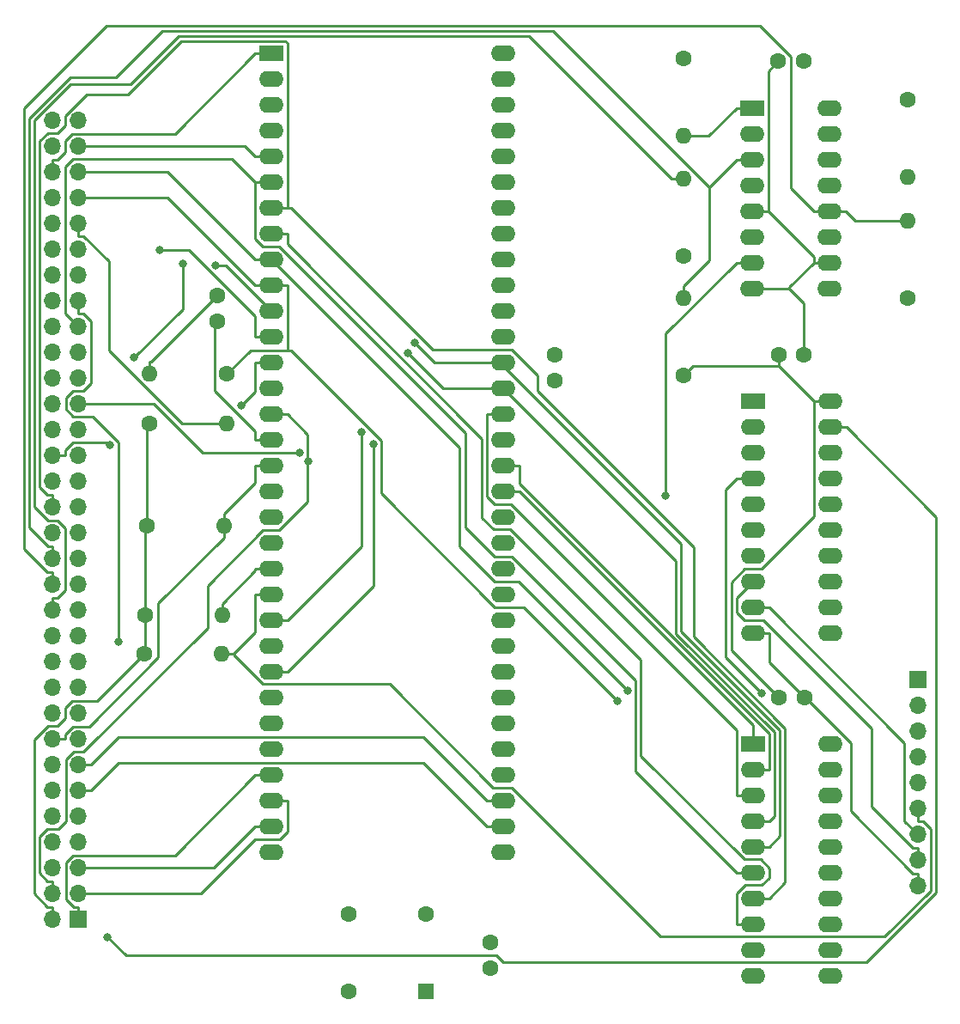
<source format=gbl>
G04 #@! TF.GenerationSoftware,KiCad,Pcbnew,(6.0.2)*
G04 #@! TF.CreationDate,2022-11-06T15:06:24-08:00*
G04 #@! TF.ProjectId,CPU Board,43505520-426f-4617-9264-2e6b69636164,1.0*
G04 #@! TF.SameCoordinates,Original*
G04 #@! TF.FileFunction,Copper,L2,Bot*
G04 #@! TF.FilePolarity,Positive*
%FSLAX46Y46*%
G04 Gerber Fmt 4.6, Leading zero omitted, Abs format (unit mm)*
G04 Created by KiCad (PCBNEW (6.0.2)) date 2022-11-06 15:06:24*
%MOMM*%
%LPD*%
G01*
G04 APERTURE LIST*
G04 #@! TA.AperFunction,ComponentPad*
%ADD10O,1.700000X1.700000*%
G04 #@! TD*
G04 #@! TA.AperFunction,ComponentPad*
%ADD11R,1.700000X1.700000*%
G04 #@! TD*
G04 #@! TA.AperFunction,ComponentPad*
%ADD12C,1.600000*%
G04 #@! TD*
G04 #@! TA.AperFunction,ComponentPad*
%ADD13O,1.600000X1.600000*%
G04 #@! TD*
G04 #@! TA.AperFunction,ComponentPad*
%ADD14R,2.400000X1.600000*%
G04 #@! TD*
G04 #@! TA.AperFunction,ComponentPad*
%ADD15O,2.400000X1.600000*%
G04 #@! TD*
G04 #@! TA.AperFunction,ComponentPad*
%ADD16R,1.600000X1.600000*%
G04 #@! TD*
G04 #@! TA.AperFunction,ViaPad*
%ADD17C,0.800000*%
G04 #@! TD*
G04 #@! TA.AperFunction,Conductor*
%ADD18C,0.254000*%
G04 #@! TD*
G04 APERTURE END LIST*
D10*
X185928000Y-132588000D03*
X185928000Y-130048000D03*
X185928000Y-127508000D03*
X185928000Y-124968000D03*
X185928000Y-122428000D03*
X185928000Y-119888000D03*
X185928000Y-117348000D03*
X185928000Y-114808000D03*
D11*
X185928000Y-112268000D03*
D12*
X117800000Y-82150000D03*
D13*
X110180000Y-82150000D03*
D12*
X172222000Y-114046000D03*
X174722000Y-114046000D03*
D14*
X169620000Y-55940000D03*
D15*
X169620000Y-58480000D03*
X169620000Y-61020000D03*
X169620000Y-63560000D03*
X169620000Y-66100000D03*
X169620000Y-68640000D03*
X169620000Y-71180000D03*
X169620000Y-73720000D03*
X177240000Y-73720000D03*
X177240000Y-71180000D03*
X177240000Y-68640000D03*
X177240000Y-66100000D03*
X177240000Y-63560000D03*
X177240000Y-61020000D03*
X177240000Y-58480000D03*
X177240000Y-55940000D03*
D12*
X110180000Y-87012000D03*
D13*
X117800000Y-87012000D03*
D16*
X137414000Y-143002000D03*
D12*
X137414000Y-135382000D03*
X129794000Y-135382000D03*
X129794000Y-143002000D03*
X172202000Y-80259000D03*
X174702000Y-80259000D03*
X109870000Y-97122000D03*
D13*
X117490000Y-97122000D03*
D11*
X103160000Y-135895000D03*
D10*
X100620000Y-135895000D03*
X103160000Y-133355000D03*
X100620000Y-133355000D03*
X103160000Y-130815000D03*
X100620000Y-130815000D03*
X103160000Y-128275000D03*
X100620000Y-128275000D03*
X103160000Y-125735000D03*
X100620000Y-125735000D03*
X103160000Y-123195000D03*
X100620000Y-123195000D03*
X103160000Y-120655000D03*
X100620000Y-120655000D03*
X103160000Y-118115000D03*
X100620000Y-118115000D03*
X103160000Y-115575000D03*
X100620000Y-115575000D03*
X103160000Y-113035000D03*
X100620000Y-113035000D03*
X103160000Y-110495000D03*
X100620000Y-110495000D03*
X103160000Y-107955000D03*
X100620000Y-107955000D03*
X103160000Y-105415000D03*
X100620000Y-105415000D03*
X103160000Y-102875000D03*
X100620000Y-102875000D03*
X103160000Y-100335000D03*
X100620000Y-100335000D03*
X103160000Y-97795000D03*
X100620000Y-97795000D03*
X103160000Y-95255000D03*
X100620000Y-95255000D03*
X103160000Y-92715000D03*
X100620000Y-92715000D03*
X103160000Y-90175000D03*
X100620000Y-90175000D03*
X103160000Y-87635000D03*
X100620000Y-87635000D03*
X103160000Y-85095000D03*
X100620000Y-85095000D03*
X103160000Y-82555000D03*
X100620000Y-82555000D03*
X103160000Y-80015000D03*
X100620000Y-80015000D03*
X103160000Y-77475000D03*
X100620000Y-77475000D03*
X103160000Y-74935000D03*
X100620000Y-74935000D03*
X103160000Y-72395000D03*
X100620000Y-72395000D03*
X103160000Y-69855000D03*
X100620000Y-69855000D03*
X103160000Y-67315000D03*
X100620000Y-67315000D03*
X103160000Y-64775000D03*
X100620000Y-64775000D03*
X103160000Y-62235000D03*
X100620000Y-62235000D03*
X103160000Y-59695000D03*
X100620000Y-59695000D03*
X103160000Y-57155000D03*
X100620000Y-57155000D03*
D12*
X184912000Y-74676000D03*
D13*
X184912000Y-67056000D03*
D12*
X174670000Y-51310000D03*
X172170000Y-51310000D03*
D14*
X169672000Y-84836000D03*
D15*
X169672000Y-87376000D03*
X169672000Y-89916000D03*
X169672000Y-92456000D03*
X169672000Y-94996000D03*
X169672000Y-97536000D03*
X169672000Y-100076000D03*
X169672000Y-102616000D03*
X169672000Y-105156000D03*
X169672000Y-107696000D03*
X177292000Y-107696000D03*
X177292000Y-105156000D03*
X177292000Y-102616000D03*
X177292000Y-100076000D03*
X177292000Y-97536000D03*
X177292000Y-94996000D03*
X177292000Y-92456000D03*
X177292000Y-89916000D03*
X177292000Y-87376000D03*
X177292000Y-84836000D03*
D12*
X162814000Y-70485000D03*
D13*
X162814000Y-62865000D03*
D12*
X162814000Y-51054000D03*
D13*
X162814000Y-58674000D03*
D14*
X169672000Y-118618000D03*
D15*
X169672000Y-121158000D03*
X169672000Y-123698000D03*
X169672000Y-126238000D03*
X169672000Y-128778000D03*
X169672000Y-131318000D03*
X169672000Y-133858000D03*
X169672000Y-136398000D03*
X169672000Y-138938000D03*
X169672000Y-141478000D03*
X177292000Y-141478000D03*
X177292000Y-138938000D03*
X177292000Y-136398000D03*
X177292000Y-133858000D03*
X177292000Y-131318000D03*
X177292000Y-128778000D03*
X177292000Y-126238000D03*
X177292000Y-123698000D03*
X177292000Y-121158000D03*
X177292000Y-118618000D03*
D12*
X150114000Y-80284000D03*
X150114000Y-82784000D03*
X109640000Y-109722000D03*
D13*
X117260000Y-109722000D03*
D12*
X143764000Y-140696000D03*
X143764000Y-138196000D03*
X109700000Y-105942000D03*
D13*
X117320000Y-105942000D03*
D14*
X122179000Y-50541000D03*
D15*
X122179000Y-53081000D03*
X122179000Y-55621000D03*
X122179000Y-58161000D03*
X122179000Y-60701000D03*
X122179000Y-63241000D03*
X122179000Y-65781000D03*
X122179000Y-68321000D03*
X122179000Y-70861000D03*
X122179000Y-73401000D03*
X122179000Y-75941000D03*
X122179000Y-78481000D03*
X122179000Y-81021000D03*
X122179000Y-83561000D03*
X122179000Y-86101000D03*
X122179000Y-88641000D03*
X122179000Y-91181000D03*
X122179000Y-93721000D03*
X122179000Y-96261000D03*
X122179000Y-98801000D03*
X122179000Y-101341000D03*
X122179000Y-103881000D03*
X122179000Y-106421000D03*
X122179000Y-108961000D03*
X122179000Y-111501000D03*
X122179000Y-114041000D03*
X122179000Y-116581000D03*
X122179000Y-119121000D03*
X122179000Y-121661000D03*
X122179000Y-124201000D03*
X122179000Y-126741000D03*
X122179000Y-129281000D03*
X145039000Y-129281000D03*
X145039000Y-126741000D03*
X145039000Y-124201000D03*
X145039000Y-121661000D03*
X145039000Y-119121000D03*
X145039000Y-116581000D03*
X145039000Y-114041000D03*
X145039000Y-111501000D03*
X145039000Y-108961000D03*
X145039000Y-106421000D03*
X145039000Y-103881000D03*
X145039000Y-101341000D03*
X145039000Y-98801000D03*
X145039000Y-96261000D03*
X145039000Y-93721000D03*
X145039000Y-91181000D03*
X145039000Y-88641000D03*
X145039000Y-86101000D03*
X145039000Y-83561000D03*
X145039000Y-81021000D03*
X145039000Y-78481000D03*
X145039000Y-75941000D03*
X145039000Y-73401000D03*
X145039000Y-70861000D03*
X145039000Y-68321000D03*
X145039000Y-65781000D03*
X145039000Y-63241000D03*
X145039000Y-60701000D03*
X145039000Y-58161000D03*
X145039000Y-55621000D03*
X145039000Y-53081000D03*
X145039000Y-50541000D03*
D12*
X116840000Y-76942000D03*
X116840000Y-74442000D03*
X162814000Y-82296000D03*
D13*
X162814000Y-74676000D03*
D12*
X184912000Y-55118000D03*
D13*
X184912000Y-62738000D03*
D17*
X106037500Y-137647600D03*
X132219500Y-89095400D03*
X161076500Y-94137600D03*
X131066000Y-87894200D03*
X119200000Y-85281000D03*
X111220000Y-69901000D03*
X116660500Y-71423800D03*
X156309000Y-114395400D03*
X157325700Y-113378600D03*
X113432800Y-71301200D03*
X108639900Y-80543600D03*
X106248400Y-89117900D03*
X125793000Y-90739700D03*
X107116900Y-108520700D03*
X136308000Y-79060600D03*
X135637300Y-80108900D03*
X124959600Y-89906700D03*
X170515000Y-113617600D03*
D18*
X107835900Y-139446000D02*
X106037500Y-137647600D01*
X144368200Y-139446000D02*
X107835900Y-139446000D01*
X145043500Y-140121300D02*
X144368200Y-139446000D01*
X180855300Y-140121300D02*
X145043500Y-140121300D01*
X187712300Y-133264300D02*
X180855300Y-140121300D01*
X187712300Y-96215000D02*
X187712300Y-133264300D01*
X178873300Y-87376000D02*
X187712300Y-96215000D01*
X177292000Y-87376000D02*
X178873300Y-87376000D01*
X122179000Y-111501000D02*
X123760300Y-111501000D01*
X132219500Y-103041800D02*
X132219500Y-89095400D01*
X123760300Y-111501000D02*
X132219500Y-103041800D01*
X161076500Y-78142200D02*
X168038700Y-71180000D01*
X161076500Y-94137600D02*
X161076500Y-78142200D01*
X169620000Y-71180000D02*
X168038700Y-71180000D01*
X122179000Y-106421000D02*
X123760300Y-106421000D01*
X131066000Y-99115300D02*
X131066000Y-87894200D01*
X123760300Y-106421000D02*
X131066000Y-99115300D01*
X162814000Y-74676000D02*
X162814000Y-73494700D01*
X169620000Y-61020000D02*
X168038700Y-61020000D01*
X100620000Y-100335000D02*
X100620000Y-99103700D01*
X165339200Y-70969500D02*
X165339200Y-63719500D01*
X162814000Y-73494700D02*
X165339200Y-70969500D01*
X165339200Y-63719500D02*
X168038700Y-61020000D01*
X100158300Y-99103700D02*
X100620000Y-99103700D01*
X98321300Y-97266700D02*
X100158300Y-99103700D01*
X98321300Y-56948100D02*
X98321300Y-97266700D01*
X102375500Y-52893900D02*
X98321300Y-56948100D01*
X106851000Y-52893900D02*
X102375500Y-52893900D01*
X111402100Y-48342800D02*
X106851000Y-52893900D01*
X149962500Y-48342800D02*
X111402100Y-48342800D01*
X165339200Y-63719500D02*
X149962500Y-48342800D01*
X100109800Y-101643700D02*
X100620000Y-101643700D01*
X97812900Y-99346800D02*
X100109800Y-101643700D01*
X97812900Y-55950100D02*
X97812900Y-99346800D01*
X105928600Y-47834400D02*
X97812900Y-55950100D01*
X170380800Y-47834400D02*
X105928600Y-47834400D01*
X173420000Y-50873600D02*
X170380800Y-47834400D01*
X173420000Y-63861300D02*
X173420000Y-50873600D01*
X175658700Y-66100000D02*
X173420000Y-63861300D01*
X177240000Y-66100000D02*
X175658700Y-66100000D01*
X100620000Y-102875000D02*
X100620000Y-101643700D01*
X179777300Y-67056000D02*
X178821300Y-66100000D01*
X184912000Y-67056000D02*
X179777300Y-67056000D01*
X177240000Y-66100000D02*
X178821300Y-66100000D01*
X165304700Y-58674000D02*
X168038700Y-55940000D01*
X162814000Y-58674000D02*
X165304700Y-58674000D01*
X169620000Y-55940000D02*
X168038700Y-55940000D01*
X177292000Y-84836000D02*
X175710700Y-84836000D01*
X109870000Y-87322000D02*
X109870000Y-97122000D01*
X110180000Y-87012000D02*
X109870000Y-87322000D01*
X100620000Y-135895000D02*
X100620000Y-134663700D01*
X109700000Y-97292000D02*
X109700000Y-105942000D01*
X109870000Y-97122000D02*
X109700000Y-97292000D01*
X109700000Y-109662000D02*
X109640000Y-109722000D01*
X109700000Y-105942000D02*
X109700000Y-109662000D01*
X110313300Y-80968700D02*
X116840000Y-74442000D01*
X110180000Y-80968700D02*
X110313300Y-80968700D01*
X110180000Y-82150000D02*
X110180000Y-80968700D01*
X100109800Y-134663700D02*
X100620000Y-134663700D01*
X98817400Y-133371300D02*
X100109800Y-134663700D01*
X98817400Y-118174500D02*
X98817400Y-133371300D01*
X100146900Y-116845000D02*
X98817400Y-118174500D01*
X101122100Y-116845000D02*
X100146900Y-116845000D01*
X101890000Y-116077100D02*
X101122100Y-116845000D01*
X101890000Y-115027300D02*
X101890000Y-116077100D01*
X102573700Y-114343600D02*
X101890000Y-115027300D01*
X105018400Y-114343600D02*
X102573700Y-114343600D01*
X109640000Y-109722000D02*
X105018400Y-114343600D01*
X175710700Y-96143400D02*
X175710700Y-84836000D01*
X170508100Y-101346000D02*
X175710700Y-96143400D01*
X168868500Y-101346000D02*
X170508100Y-101346000D01*
X167543900Y-102670600D02*
X168868500Y-101346000D01*
X167543900Y-109367900D02*
X167543900Y-102670600D01*
X172222000Y-114046000D02*
X167543900Y-109367900D01*
X163782700Y-81327300D02*
X162814000Y-82296000D01*
X172202000Y-81327300D02*
X163782700Y-81327300D01*
X172202000Y-80259000D02*
X172202000Y-81327300D01*
X172202000Y-81327300D02*
X175710700Y-84836000D01*
X120597700Y-101483000D02*
X117320000Y-104760700D01*
X120597700Y-101341000D02*
X120597700Y-101483000D01*
X122179000Y-101341000D02*
X120597700Y-101341000D01*
X117320000Y-105942000D02*
X117320000Y-104760700D01*
X103670200Y-68546300D02*
X103160000Y-68546300D01*
X106147400Y-71023500D02*
X103670200Y-68546300D01*
X106147400Y-79817800D02*
X106147400Y-71023500D01*
X113341600Y-87012000D02*
X106147400Y-79817800D01*
X117800000Y-87012000D02*
X113341600Y-87012000D01*
X103160000Y-67315000D02*
X103160000Y-68546300D01*
X120597700Y-83883300D02*
X119200000Y-85281000D01*
X120597700Y-81021000D02*
X120597700Y-83883300D01*
X122179000Y-81021000D02*
X120597700Y-81021000D01*
X122179000Y-78481000D02*
X120597700Y-78481000D01*
X114020900Y-69901000D02*
X111220000Y-69901000D01*
X120597700Y-76477800D02*
X114020900Y-69901000D01*
X120597700Y-78481000D02*
X120597700Y-76477800D01*
X117661800Y-71423800D02*
X116660500Y-71423800D01*
X122179000Y-75941000D02*
X117661800Y-71423800D01*
X100620000Y-118115000D02*
X101851300Y-118115000D01*
X117490000Y-97122000D02*
X117490000Y-98303300D01*
X101851300Y-117653200D02*
X101851300Y-118115000D01*
X102620800Y-116883700D02*
X101851300Y-117653200D01*
X104205600Y-116883700D02*
X102620800Y-116883700D01*
X111040600Y-110048700D02*
X104205600Y-116883700D01*
X111040600Y-104752700D02*
X111040600Y-110048700D01*
X117490000Y-98303300D02*
X111040600Y-104752700D01*
X120597700Y-92833000D02*
X117490000Y-95940700D01*
X120597700Y-91181000D02*
X120597700Y-92833000D01*
X122179000Y-91181000D02*
X120597700Y-91181000D01*
X117490000Y-97122000D02*
X117490000Y-95940700D01*
X168052300Y-104235700D02*
X169672000Y-102616000D01*
X168052300Y-105621900D02*
X168052300Y-104235700D01*
X168856400Y-106426000D02*
X168052300Y-105621900D01*
X170723200Y-106426000D02*
X168856400Y-106426000D01*
X181400400Y-117103200D02*
X170723200Y-106426000D01*
X181400400Y-124750800D02*
X181400400Y-117103200D01*
X185466300Y-128816700D02*
X181400400Y-124750800D01*
X185928000Y-128816700D02*
X185466300Y-128816700D01*
X185928000Y-130048000D02*
X185928000Y-128816700D01*
X184619400Y-126199400D02*
X185928000Y-127508000D01*
X184619400Y-118522100D02*
X184619400Y-126199400D01*
X171253300Y-105156000D02*
X184619400Y-118522100D01*
X169672000Y-105156000D02*
X171253300Y-105156000D01*
X122179000Y-73401000D02*
X123760300Y-73401000D01*
X122179000Y-73401000D02*
X120597700Y-73401000D01*
X123760300Y-73401000D02*
X123760300Y-79815900D01*
X120134100Y-79815900D02*
X117800000Y-82150000D01*
X123760300Y-79815900D02*
X120134100Y-79815900D01*
X111971700Y-64775000D02*
X103160000Y-64775000D01*
X120597700Y-73401000D02*
X111971700Y-64775000D01*
X147064600Y-105151000D02*
X156309000Y-114395400D01*
X144236600Y-105151000D02*
X147064600Y-105151000D01*
X133000800Y-93915200D02*
X144236600Y-105151000D01*
X133000800Y-88689500D02*
X133000800Y-93915200D01*
X124127200Y-79815900D02*
X133000800Y-88689500D01*
X123760300Y-79815900D02*
X124127200Y-79815900D01*
X111971700Y-62235000D02*
X120597700Y-70861000D01*
X103160000Y-62235000D02*
X111971700Y-62235000D01*
X121879400Y-70861000D02*
X120597700Y-70861000D01*
X121879400Y-70861000D02*
X122179000Y-70861000D01*
X146558100Y-102611000D02*
X157325700Y-113378600D01*
X144233700Y-102611000D02*
X146558100Y-102611000D01*
X140720800Y-99098100D02*
X144233700Y-102611000D01*
X140720800Y-89402800D02*
X140720800Y-99098100D01*
X122179000Y-70861000D02*
X140720800Y-89402800D01*
X122179000Y-68321000D02*
X123760300Y-68321000D01*
X169672000Y-136398000D02*
X168090700Y-136398000D01*
X113432800Y-75750700D02*
X108639900Y-80543600D01*
X113432800Y-71301200D02*
X113432800Y-75750700D01*
X123760300Y-69336600D02*
X123760300Y-68321000D01*
X142929400Y-88505700D02*
X123760300Y-69336600D01*
X142929400Y-96294500D02*
X142929400Y-88505700D01*
X144077900Y-97443000D02*
X142929400Y-96294500D01*
X145756600Y-97443000D02*
X144077900Y-97443000D01*
X158615300Y-110301700D02*
X145756600Y-97443000D01*
X158615300Y-119793700D02*
X158615300Y-110301700D01*
X168804700Y-129983100D02*
X158615300Y-119793700D01*
X170409100Y-129983100D02*
X168804700Y-129983100D01*
X171278800Y-130852800D02*
X170409100Y-129983100D01*
X171278800Y-131790200D02*
X171278800Y-130852800D01*
X170545900Y-132523100D02*
X171278800Y-131790200D01*
X168892800Y-132523100D02*
X170545900Y-132523100D01*
X168090700Y-133325200D02*
X168892800Y-132523100D01*
X168090700Y-136398000D02*
X168090700Y-133325200D01*
X122179000Y-65781000D02*
X123760300Y-65781000D01*
X100620000Y-95255000D02*
X100620000Y-94023700D01*
X169672000Y-133858000D02*
X171253300Y-133858000D01*
X123760300Y-49555900D02*
X123760300Y-65781000D01*
X123564000Y-49359600D02*
X123760300Y-49555900D01*
X113260500Y-49359600D02*
X123564000Y-49359600D01*
X108026600Y-54593500D02*
X113260500Y-49359600D01*
X103973600Y-54593500D02*
X108026600Y-54593500D01*
X101890000Y-56677100D02*
X103973600Y-54593500D01*
X101890000Y-57643800D02*
X101890000Y-56677100D01*
X101108800Y-58425000D02*
X101890000Y-57643800D01*
X100141100Y-58425000D02*
X101108800Y-58425000D01*
X99363300Y-59202800D02*
X100141100Y-58425000D01*
X99363300Y-93277200D02*
X99363300Y-59202800D01*
X100109800Y-94023700D02*
X99363300Y-93277200D01*
X100620000Y-94023700D02*
X100109800Y-94023700D01*
X172844500Y-132266800D02*
X171253300Y-133858000D01*
X172844500Y-117051800D02*
X172844500Y-132266800D01*
X163813300Y-108020600D02*
X172844500Y-117051800D01*
X163813300Y-99236500D02*
X163813300Y-108020600D01*
X148410100Y-83833300D02*
X163813300Y-99236500D01*
X148410100Y-82309400D02*
X148410100Y-83833300D01*
X145858900Y-79758200D02*
X148410100Y-82309400D01*
X138110500Y-79758200D02*
X145858900Y-79758200D01*
X124133300Y-65781000D02*
X138110500Y-79758200D01*
X123760300Y-65781000D02*
X124133300Y-65781000D01*
X101851300Y-89664800D02*
X101851300Y-90175000D01*
X102611100Y-88905000D02*
X101851300Y-89664800D01*
X106035500Y-88905000D02*
X102611100Y-88905000D01*
X106248400Y-89117900D02*
X106035500Y-88905000D01*
X100620000Y-90175000D02*
X101851300Y-90175000D01*
X101130200Y-61003700D02*
X100620000Y-61003700D01*
X101890000Y-60243900D02*
X101130200Y-61003700D01*
X101890000Y-59147300D02*
X101890000Y-60243900D01*
X102573700Y-58463600D02*
X101890000Y-59147300D01*
X112675100Y-58463600D02*
X102573700Y-58463600D01*
X120597700Y-50541000D02*
X112675100Y-58463600D01*
X122179000Y-50541000D02*
X120597700Y-50541000D01*
X100620000Y-62235000D02*
X100620000Y-61003700D01*
X119591700Y-59695000D02*
X103160000Y-59695000D01*
X120597700Y-60701000D02*
X119591700Y-59695000D01*
X122179000Y-60701000D02*
X120597700Y-60701000D01*
X122179000Y-86101000D02*
X123760300Y-86101000D01*
X100620000Y-133355000D02*
X100620000Y-132123700D01*
X125752800Y-88093500D02*
X125752800Y-90739700D01*
X123760300Y-86101000D02*
X125752800Y-88093500D01*
X100109800Y-132123700D02*
X100620000Y-132123700D01*
X99325800Y-131339700D02*
X100109800Y-132123700D01*
X99325800Y-127738500D02*
X99325800Y-131339700D01*
X100059300Y-127005000D02*
X99325800Y-127738500D01*
X101177200Y-127005000D02*
X100059300Y-127005000D01*
X101928700Y-126253500D02*
X101177200Y-127005000D01*
X101928700Y-120145000D02*
X101928700Y-126253500D01*
X102688700Y-119385000D02*
X101928700Y-120145000D01*
X103684900Y-119385000D02*
X102688700Y-119385000D01*
X115893000Y-107176900D02*
X103684900Y-119385000D01*
X115893000Y-103014100D02*
X115893000Y-107176900D01*
X121376100Y-97531000D02*
X115893000Y-103014100D01*
X122985400Y-97531000D02*
X121376100Y-97531000D01*
X125752800Y-94763600D02*
X122985400Y-97531000D01*
X125752800Y-90739700D02*
X125752800Y-94763600D01*
X125752800Y-90739700D02*
X125793000Y-90739700D01*
X101130200Y-104183700D02*
X100620000Y-104183700D01*
X101890000Y-103423900D02*
X101130200Y-104183700D01*
X101890000Y-97313500D02*
X101890000Y-103423900D01*
X101140100Y-96563600D02*
X101890000Y-97313500D01*
X100175900Y-96563600D02*
X101140100Y-96563600D01*
X98829700Y-95217400D02*
X100175900Y-96563600D01*
X98829700Y-57158800D02*
X98829700Y-95217400D01*
X102393900Y-53594600D02*
X98829700Y-57158800D01*
X108306500Y-53594600D02*
X102393900Y-53594600D01*
X113049900Y-48851200D02*
X108306500Y-53594600D01*
X147618900Y-48851200D02*
X113049900Y-48851200D01*
X161632700Y-62865000D02*
X147618900Y-48851200D01*
X162814000Y-62865000D02*
X161632700Y-62865000D01*
X100620000Y-105415000D02*
X100620000Y-104183700D01*
X103160000Y-74935000D02*
X103160000Y-76166300D01*
X185928000Y-124968000D02*
X185928000Y-126199300D01*
X122179000Y-103881000D02*
X120597700Y-103881000D01*
X117260000Y-109722000D02*
X118441300Y-109722000D01*
X118441300Y-109838500D02*
X118441300Y-109722000D01*
X121308900Y-112706100D02*
X118441300Y-109838500D01*
X133829900Y-112706100D02*
X121308900Y-112706100D01*
X144054800Y-122931000D02*
X133829900Y-112706100D01*
X145873900Y-122931000D02*
X144054800Y-122931000D01*
X160534300Y-137591400D02*
X145873900Y-122931000D01*
X182666200Y-137591400D02*
X160534300Y-137591400D01*
X187203900Y-133053700D02*
X182666200Y-137591400D01*
X187203900Y-126965000D02*
X187203900Y-133053700D01*
X186438200Y-126199300D02*
X187203900Y-126965000D01*
X185928000Y-126199300D02*
X186438200Y-126199300D01*
X120597700Y-107565600D02*
X118441300Y-109722000D01*
X120597700Y-103881000D02*
X120597700Y-107565600D01*
X107116900Y-88847200D02*
X107116900Y-108520700D01*
X104596100Y-86326400D02*
X107116900Y-88847200D01*
X102647000Y-86326400D02*
X104596100Y-86326400D01*
X101928600Y-85608000D02*
X102647000Y-86326400D01*
X101928600Y-84508700D02*
X101928600Y-85608000D01*
X102612300Y-83825000D02*
X101928600Y-84508700D01*
X103641300Y-83825000D02*
X102612300Y-83825000D01*
X104416900Y-83049400D02*
X103641300Y-83825000D01*
X104416900Y-76971400D02*
X104416900Y-83049400D01*
X103611800Y-76166300D02*
X104416900Y-76971400D01*
X103160000Y-76166300D02*
X103611800Y-76166300D01*
X101890000Y-76205000D02*
X103160000Y-77475000D01*
X101890000Y-61687300D02*
X101890000Y-76205000D01*
X102612300Y-60965000D02*
X101890000Y-61687300D01*
X118321700Y-60965000D02*
X102612300Y-60965000D01*
X120597700Y-63241000D02*
X118321700Y-60965000D01*
X122179000Y-63241000D02*
X120597700Y-63241000D01*
X169672000Y-131318000D02*
X168090700Y-131318000D01*
X120597700Y-68817300D02*
X120597700Y-63241000D01*
X121371400Y-69591000D02*
X120597700Y-68817300D01*
X122981100Y-69591000D02*
X121371400Y-69591000D01*
X141337700Y-87947600D02*
X122981100Y-69591000D01*
X141337700Y-97237100D02*
X141337700Y-87947600D01*
X144239000Y-100138400D02*
X141337700Y-97237100D01*
X145909500Y-100138400D02*
X144239000Y-100138400D01*
X158107000Y-112335900D02*
X145909500Y-100138400D01*
X158107000Y-121334300D02*
X158107000Y-112335900D01*
X168090700Y-131318000D02*
X158107000Y-121334300D01*
X169672000Y-128778000D02*
X171253300Y-128778000D01*
X138268400Y-81021000D02*
X136308000Y-79060600D01*
X145039000Y-81021000D02*
X138268400Y-81021000D01*
X172336100Y-127695200D02*
X171253300Y-128778000D01*
X172336100Y-117262200D02*
X172336100Y-127695200D01*
X162592800Y-107518900D02*
X172336100Y-117262200D01*
X162592800Y-98874300D02*
X162592800Y-107518900D01*
X145039000Y-81320500D02*
X162592800Y-98874300D01*
X145039000Y-81021000D02*
X145039000Y-81320500D01*
X169672000Y-126238000D02*
X171253300Y-126238000D01*
X139089400Y-83561000D02*
X135637300Y-80108900D01*
X145039000Y-83561000D02*
X139089400Y-83561000D01*
X171794700Y-125696600D02*
X171253300Y-126238000D01*
X171794700Y-117439600D02*
X171794700Y-125696600D01*
X162084500Y-107729400D02*
X171794700Y-117439600D01*
X162084500Y-100606500D02*
X162084500Y-107729400D01*
X145039000Y-83561000D02*
X162084500Y-100606500D01*
X110559000Y-85095000D02*
X103160000Y-85095000D01*
X115370700Y-89906700D02*
X110559000Y-85095000D01*
X124959600Y-89906700D02*
X115370700Y-89906700D01*
X168090700Y-117239800D02*
X168090700Y-123698000D01*
X145841900Y-94991000D02*
X168090700Y-117239800D01*
X144217300Y-94991000D02*
X145841900Y-94991000D01*
X143457700Y-94231400D02*
X144217300Y-94991000D01*
X143457700Y-86101000D02*
X143457700Y-94231400D01*
X145039000Y-86101000D02*
X143457700Y-86101000D01*
X169672000Y-123698000D02*
X168090700Y-123698000D01*
X145039000Y-91181000D02*
X146620300Y-91181000D01*
X169672000Y-121158000D02*
X171253300Y-121158000D01*
X171253300Y-117617000D02*
X171253300Y-121158000D01*
X146620300Y-92984000D02*
X171253300Y-117617000D01*
X146620300Y-91181000D02*
X146620300Y-92984000D01*
X145039000Y-93721000D02*
X146620300Y-93721000D01*
X169672000Y-116772700D02*
X169672000Y-118618000D01*
X146620300Y-93721000D02*
X169672000Y-116772700D01*
X145039000Y-124201000D02*
X143457700Y-124201000D01*
X103160000Y-120655000D02*
X104391300Y-120655000D01*
X107107800Y-117938500D02*
X104391300Y-120655000D01*
X137195200Y-117938500D02*
X107107800Y-117938500D01*
X143457700Y-124201000D02*
X137195200Y-117938500D01*
X107107700Y-120478600D02*
X104391300Y-123195000D01*
X137195300Y-120478600D02*
X107107700Y-120478600D01*
X143457700Y-126741000D02*
X137195300Y-120478600D01*
X145039000Y-126741000D02*
X143457700Y-126741000D01*
X103160000Y-123195000D02*
X104391300Y-123195000D01*
X122179000Y-126741000D02*
X120597700Y-126741000D01*
X116523700Y-130815000D02*
X103160000Y-130815000D01*
X120597700Y-126741000D02*
X116523700Y-130815000D01*
X166980800Y-93565900D02*
X168090700Y-92456000D01*
X166980800Y-110083400D02*
X166980800Y-93565900D01*
X170515000Y-113617600D02*
X166980800Y-110083400D01*
X169672000Y-92456000D02*
X168090700Y-92456000D01*
X115253600Y-133355000D02*
X103160000Y-133355000D01*
X120597600Y-128011000D02*
X115253600Y-133355000D01*
X122991600Y-128011000D02*
X120597600Y-128011000D01*
X123760300Y-127242300D02*
X122991600Y-128011000D01*
X123760300Y-124201000D02*
X123760300Y-127242300D01*
X122179000Y-124201000D02*
X123760300Y-124201000D01*
X102698200Y-134663700D02*
X103160000Y-134663700D01*
X101928700Y-133894200D02*
X102698200Y-134663700D01*
X101928700Y-130294100D02*
X101928700Y-133894200D01*
X102639200Y-129583600D02*
X101928700Y-130294100D01*
X112675100Y-129583600D02*
X102639200Y-129583600D01*
X120597700Y-121661000D02*
X112675100Y-129583600D01*
X122179000Y-121661000D02*
X120597700Y-121661000D01*
X103160000Y-135895000D02*
X103160000Y-134663700D01*
X169620000Y-73720000D02*
X171201300Y-73720000D01*
X169620000Y-66100000D02*
X171201300Y-66100000D01*
X177240000Y-71180000D02*
X175658700Y-71180000D01*
X173265500Y-73720000D02*
X171201300Y-73720000D01*
X174702000Y-75156500D02*
X173265500Y-73720000D01*
X174702000Y-80259000D02*
X174702000Y-75156500D01*
X173265500Y-73573200D02*
X175658700Y-71180000D01*
X173265500Y-73720000D02*
X173265500Y-73573200D01*
X171201300Y-52278700D02*
X171201300Y-66100000D01*
X172170000Y-51310000D02*
X171201300Y-52278700D01*
X175658700Y-70557400D02*
X175658700Y-71180000D01*
X171201300Y-66100000D02*
X175658700Y-70557400D01*
X185928000Y-132588000D02*
X185928000Y-131356700D01*
X185466200Y-131356700D02*
X185928000Y-131356700D01*
X179304200Y-125194700D02*
X185466200Y-131356700D01*
X179304200Y-118540400D02*
X179304200Y-125194700D01*
X174809800Y-114046000D02*
X179304200Y-118540400D01*
X174722000Y-114046000D02*
X174809800Y-114046000D01*
X122179000Y-88641000D02*
X120597700Y-88641000D01*
X120597700Y-87783400D02*
X120597700Y-88641000D01*
X116618600Y-83804300D02*
X120597700Y-87783400D01*
X116618600Y-77163400D02*
X116618600Y-83804300D01*
X116840000Y-76942000D02*
X116618600Y-77163400D01*
X171253300Y-110577300D02*
X174722000Y-114046000D01*
X171253300Y-107696000D02*
X171253300Y-110577300D01*
X169672000Y-107696000D02*
X171253300Y-107696000D01*
M02*

</source>
